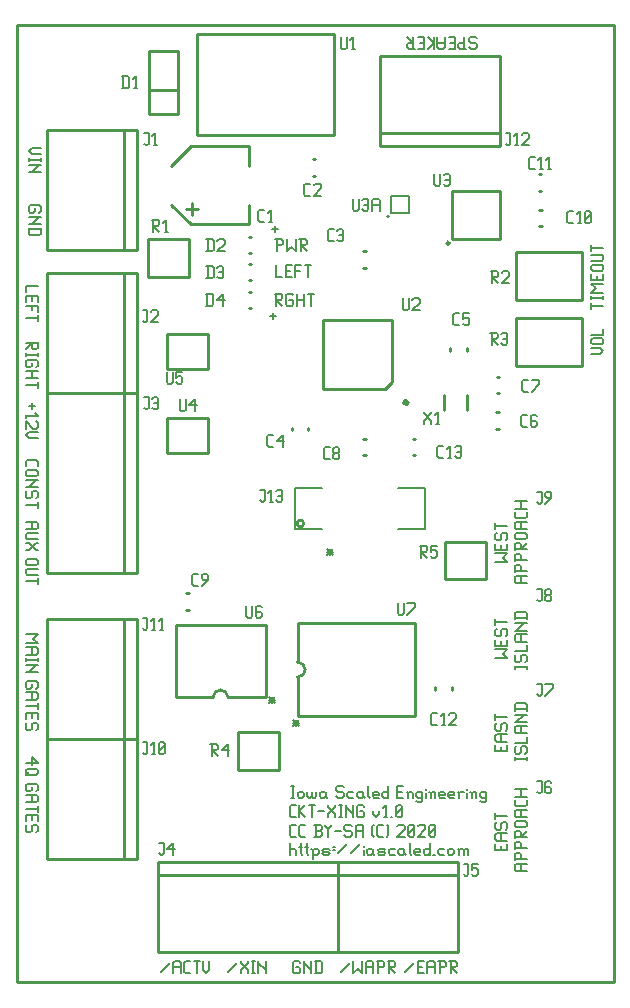
<source format=gbr>
G04 start of page 8 for group -4079 idx -4079 *
G04 Title: (unknown), topsilk *
G04 Creator: pcb 4.0.2 *
G04 CreationDate: Wed Jul  1 19:07:19 2020 UTC *
G04 For: ndholmes *
G04 Format: Gerber/RS-274X *
G04 PCB-Dimensions (mil): 2000.00 3200.00 *
G04 PCB-Coordinate-Origin: lower left *
%MOIN*%
%FSLAX25Y25*%
%LNTOPSILK*%
%ADD57C,0.0157*%
%ADD56C,0.0080*%
%ADD55C,0.0100*%
G54D55*X500Y319500D02*Y70500D01*
X199500Y319500D02*Y500D01*
X500D01*
Y117500D01*
Y319500D02*X199500D01*
G54D56*X162000Y46000D02*Y44500D01*
X164000Y46500D02*Y44500D01*
X160000D02*X164000D01*
X160000Y46500D02*Y44500D01*
X160500Y47700D02*X164000D01*
X160500D02*X160000Y48200D01*
Y49700D02*Y48200D01*
Y49700D02*X160500Y50200D01*
X164000D01*
X162000D02*Y47700D01*
X160000Y53400D02*X160500Y53900D01*
X160000Y53400D02*Y51900D01*
X160500Y51400D02*X160000Y51900D01*
X160500Y51400D02*X161500D01*
X162000Y51900D01*
Y53400D02*Y51900D01*
Y53400D02*X162500Y53900D01*
X163500D01*
X164000Y53400D02*X163500Y53900D01*
X164000Y53400D02*Y51900D01*
X163500Y51400D02*X164000Y51900D01*
X160000Y57100D02*Y55100D01*
Y56100D02*X164000D01*
X167000Y37500D02*X170500D01*
X167000D02*X166500Y38000D01*
Y39500D02*Y38000D01*
Y39500D02*X167000Y40000D01*
X170500D01*
X168500D02*Y37500D01*
X166500Y41700D02*X170500D01*
X166500Y43200D02*Y41200D01*
Y43200D02*X167000Y43700D01*
X168000D01*
X168500Y43200D02*X168000Y43700D01*
X168500Y43200D02*Y41700D01*
X166500Y45400D02*X170500D01*
X166500Y46900D02*Y44900D01*
Y46900D02*X167000Y47400D01*
X168000D01*
X168500Y46900D02*X168000Y47400D01*
X168500Y46900D02*Y45400D01*
X166500Y50600D02*Y48600D01*
Y50600D02*X167000Y51100D01*
X168000D01*
X168500Y50600D02*X168000Y51100D01*
X168500Y50600D02*Y49100D01*
X166500D02*X170500D01*
X168500D02*X170500Y51100D01*
X167000Y52300D02*X170000D01*
X167000D02*X166500Y52800D01*
Y53800D02*Y52800D01*
Y53800D02*X167000Y54300D01*
X170000D01*
X170500Y53800D02*X170000Y54300D01*
X170500Y53800D02*Y52800D01*
X170000Y52300D02*X170500Y52800D01*
X167000Y55500D02*X170500D01*
X167000D02*X166500Y56000D01*
Y57500D02*Y56000D01*
Y57500D02*X167000Y58000D01*
X170500D01*
X168500D02*Y55500D01*
X170500Y61200D02*Y59700D01*
X170000Y59200D02*X170500Y59700D01*
X167000Y59200D02*X170000D01*
X167000D02*X166500Y59700D01*
Y61200D02*Y59700D01*
Y62400D02*X170500D01*
X166500Y64900D02*X170500D01*
X168500D02*Y62400D01*
X94500Y7500D02*X95000Y7000D01*
X93000Y7500D02*X94500D01*
X92500Y7000D02*X93000Y7500D01*
X92500Y7000D02*Y4000D01*
X93000Y3500D01*
X94500D01*
X95000Y4000D01*
Y5000D02*Y4000D01*
X94500Y5500D02*X95000Y5000D01*
X93500Y5500D02*X94500D01*
X96200Y7500D02*Y3500D01*
Y7500D02*Y7000D01*
X98700Y4500D01*
Y7500D02*Y3500D01*
X100400Y7500D02*Y3500D01*
X101900Y7500D02*X102400Y7000D01*
Y4000D01*
X101900Y3500D02*X102400Y4000D01*
X99900Y3500D02*X101900D01*
X99900Y7500D02*X101900D01*
X48500Y4000D02*X51500Y7000D01*
X52700D02*Y3500D01*
Y7000D02*X53200Y7500D01*
X54700D01*
X55200Y7000D01*
Y3500D01*
X52700Y5500D02*X55200D01*
X56900Y3500D02*X58400D01*
X56400Y4000D02*X56900Y3500D01*
X56400Y7000D02*Y4000D01*
Y7000D02*X56900Y7500D01*
X58400D01*
X59600D02*X61600D01*
X60600D02*Y3500D01*
X62800Y7500D02*Y4500D01*
X63800Y3500D01*
X64800Y4500D01*
Y7500D02*Y4500D01*
X108500Y4000D02*X111500Y7000D01*
X112700Y7500D02*Y3500D01*
X114200Y5000D01*
X115700Y3500D01*
Y7500D02*Y3500D01*
X116900Y7000D02*Y3500D01*
Y7000D02*X117400Y7500D01*
X118900D01*
X119400Y7000D01*
Y3500D01*
X116900Y5500D02*X119400D01*
X121100Y7500D02*Y3500D01*
X120600Y7500D02*X122600D01*
X123100Y7000D01*
Y6000D01*
X122600Y5500D02*X123100Y6000D01*
X121100Y5500D02*X122600D01*
X124300Y7500D02*X126300D01*
X126800Y7000D01*
Y6000D01*
X126300Y5500D02*X126800Y6000D01*
X124800Y5500D02*X126300D01*
X124800Y7500D02*Y3500D01*
Y5500D02*X126800Y3500D01*
X130000Y4000D02*X133000Y7000D01*
X134200Y5500D02*X135700D01*
X134200Y3500D02*X136200D01*
X134200Y7500D02*Y3500D01*
Y7500D02*X136200D01*
X137400Y7000D02*Y3500D01*
Y7000D02*X137900Y7500D01*
X139400D01*
X139900Y7000D01*
Y3500D01*
X137400Y5500D02*X139900D01*
X141600Y7500D02*Y3500D01*
X141100Y7500D02*X143100D01*
X143600Y7000D01*
Y6000D01*
X143100Y5500D02*X143600Y6000D01*
X141600Y5500D02*X143100D01*
X144800Y7500D02*X146800D01*
X147300Y7000D01*
Y6000D01*
X146800Y5500D02*X147300Y6000D01*
X145300Y5500D02*X146800D01*
X145300Y7500D02*Y3500D01*
Y5500D02*X147300Y3500D01*
X71000Y4000D02*X74000Y7000D01*
X75200Y7500D02*Y7000D01*
X77700Y4500D01*
Y3500D01*
X75200Y4500D02*Y3500D01*
Y4500D02*X77700Y7000D01*
Y7500D02*Y7000D01*
X78900Y7500D02*X79900D01*
X79400D02*Y3500D01*
X78900D02*X79900D01*
X81100Y7500D02*Y3500D01*
Y7500D02*Y7000D01*
X83600Y4500D01*
Y7500D02*Y3500D01*
X92000Y66000D02*X93000D01*
X92500D02*Y62000D01*
X92000D02*X93000D01*
X94200Y63500D02*Y62500D01*
Y63500D02*X94700Y64000D01*
X95700D01*
X96200Y63500D01*
Y62500D01*
X95700Y62000D02*X96200Y62500D01*
X94700Y62000D02*X95700D01*
X94200Y62500D02*X94700Y62000D01*
X97400Y64000D02*Y62500D01*
X97900Y62000D01*
X98400D01*
X98900Y62500D01*
Y64000D02*Y62500D01*
X99400Y62000D01*
X99900D01*
X100400Y62500D01*
Y64000D02*Y62500D01*
X103100Y64000D02*X103600Y63500D01*
X102100Y64000D02*X103100D01*
X101600Y63500D02*X102100Y64000D01*
X101600Y63500D02*Y62500D01*
X102100Y62000D01*
X103600Y64000D02*Y62500D01*
X104100Y62000D01*
X102100D02*X103100D01*
X103600Y62500D01*
X109100Y66000D02*X109600Y65500D01*
X107600Y66000D02*X109100D01*
X107100Y65500D02*X107600Y66000D01*
X107100Y65500D02*Y64500D01*
X107600Y64000D01*
X109100D01*
X109600Y63500D01*
Y62500D01*
X109100Y62000D02*X109600Y62500D01*
X107600Y62000D02*X109100D01*
X107100Y62500D02*X107600Y62000D01*
X111300Y64000D02*X112800D01*
X110800Y63500D02*X111300Y64000D01*
X110800Y63500D02*Y62500D01*
X111300Y62000D01*
X112800D01*
X115500Y64000D02*X116000Y63500D01*
X114500Y64000D02*X115500D01*
X114000Y63500D02*X114500Y64000D01*
X114000Y63500D02*Y62500D01*
X114500Y62000D01*
X116000Y64000D02*Y62500D01*
X116500Y62000D01*
X114500D02*X115500D01*
X116000Y62500D01*
X117700Y66000D02*Y62500D01*
X118200Y62000D01*
X119700D02*X121200D01*
X119200Y62500D02*X119700Y62000D01*
X119200Y63500D02*Y62500D01*
Y63500D02*X119700Y64000D01*
X120700D01*
X121200Y63500D01*
X119200Y63000D02*X121200D01*
Y63500D02*Y63000D01*
X124400Y66000D02*Y62000D01*
X123900D02*X124400Y62500D01*
X122900Y62000D02*X123900D01*
X122400Y62500D02*X122900Y62000D01*
X122400Y63500D02*Y62500D01*
Y63500D02*X122900Y64000D01*
X123900D01*
X124400Y63500D01*
X127400Y64000D02*X128900D01*
X127400Y62000D02*X129400D01*
X127400Y66000D02*Y62000D01*
Y66000D02*X129400D01*
X131100Y63500D02*Y62000D01*
Y63500D02*X131600Y64000D01*
X132100D01*
X132600Y63500D01*
Y62000D01*
X130600Y64000D02*X131100Y63500D01*
X135300Y64000D02*X135800Y63500D01*
X134300Y64000D02*X135300D01*
X133800Y63500D02*X134300Y64000D01*
X133800Y63500D02*Y62500D01*
X134300Y62000D01*
X135300D01*
X135800Y62500D01*
X133800Y61000D02*X134300Y60500D01*
X135300D01*
X135800Y61000D01*
Y64000D02*Y61000D01*
X137000Y65000D02*Y64500D01*
Y63500D02*Y62000D01*
X138500Y63500D02*Y62000D01*
Y63500D02*X139000Y64000D01*
X139500D01*
X140000Y63500D01*
Y62000D01*
X138000Y64000D02*X138500Y63500D01*
X141700Y62000D02*X143200D01*
X141200Y62500D02*X141700Y62000D01*
X141200Y63500D02*Y62500D01*
Y63500D02*X141700Y64000D01*
X142700D01*
X143200Y63500D01*
X141200Y63000D02*X143200D01*
Y63500D02*Y63000D01*
X144900Y62000D02*X146400D01*
X144400Y62500D02*X144900Y62000D01*
X144400Y63500D02*Y62500D01*
Y63500D02*X144900Y64000D01*
X145900D01*
X146400Y63500D01*
X144400Y63000D02*X146400D01*
Y63500D02*Y63000D01*
X148100Y63500D02*Y62000D01*
Y63500D02*X148600Y64000D01*
X149600D01*
X147600D02*X148100Y63500D01*
X150800Y65000D02*Y64500D01*
Y63500D02*Y62000D01*
X152300Y63500D02*Y62000D01*
Y63500D02*X152800Y64000D01*
X153300D01*
X153800Y63500D01*
Y62000D01*
X151800Y64000D02*X152300Y63500D01*
X156500Y64000D02*X157000Y63500D01*
X155500Y64000D02*X156500D01*
X155000Y63500D02*X155500Y64000D01*
X155000Y63500D02*Y62500D01*
X155500Y62000D01*
X156500D01*
X157000Y62500D01*
X155000Y61000D02*X155500Y60500D01*
X156500D01*
X157000Y61000D01*
Y64000D02*Y61000D01*
X92000Y55500D02*X93500D01*
X91500Y56000D02*X92000Y55500D01*
X91500Y59000D02*Y56000D01*
Y59000D02*X92000Y59500D01*
X93500D01*
X94700D02*Y55500D01*
Y57500D02*X96700Y59500D01*
X94700Y57500D02*X96700Y55500D01*
X97900Y59500D02*X99900D01*
X98900D02*Y55500D01*
X101100Y57500D02*X103100D01*
X104300Y59500D02*Y59000D01*
X106800Y56500D01*
Y55500D01*
X104300Y56500D02*Y55500D01*
Y56500D02*X106800Y59000D01*
Y59500D02*Y59000D01*
X108000Y59500D02*X109000D01*
X108500D02*Y55500D01*
X108000D02*X109000D01*
X110200Y59500D02*Y55500D01*
Y59500D02*Y59000D01*
X112700Y56500D01*
Y59500D02*Y55500D01*
X115900Y59500D02*X116400Y59000D01*
X114400Y59500D02*X115900D01*
X113900Y59000D02*X114400Y59500D01*
X113900Y59000D02*Y56000D01*
X114400Y55500D01*
X115900D01*
X116400Y56000D01*
Y57000D02*Y56000D01*
X115900Y57500D02*X116400Y57000D01*
X114900Y57500D02*X115900D01*
X119400D02*Y56500D01*
X120400Y55500D01*
X121400Y56500D01*
Y57500D02*Y56500D01*
X123100Y55500D02*X124100D01*
X123600Y59500D02*Y55500D01*
X122600Y58500D02*X123600Y59500D01*
X125300Y55500D02*X125800D01*
X127000Y56000D02*X127500Y55500D01*
X127000Y59000D02*Y56000D01*
Y59000D02*X127500Y59500D01*
X128500D01*
X129000Y59000D01*
Y56000D01*
X128500Y55500D02*X129000Y56000D01*
X127500Y55500D02*X128500D01*
X127000Y56500D02*X129000Y58500D01*
X92000Y49000D02*X93500D01*
X91500Y49500D02*X92000Y49000D01*
X91500Y52500D02*Y49500D01*
Y52500D02*X92000Y53000D01*
X93500D01*
X95200Y49000D02*X96700D01*
X94700Y49500D02*X95200Y49000D01*
X94700Y52500D02*Y49500D01*
Y52500D02*X95200Y53000D01*
X96700D01*
X99700Y49000D02*X101700D01*
X102200Y49500D01*
Y50500D02*Y49500D01*
X101700Y51000D02*X102200Y50500D01*
X100200Y51000D02*X101700D01*
X100200Y53000D02*Y49000D01*
X99700Y53000D02*X101700D01*
X102200Y52500D01*
Y51500D01*
X101700Y51000D02*X102200Y51500D01*
X103400Y53000D02*Y52500D01*
X104400Y51500D01*
X105400Y52500D01*
Y53000D02*Y52500D01*
X104400Y51500D02*Y49000D01*
X106600Y51000D02*X108600D01*
X111800Y53000D02*X112300Y52500D01*
X110300Y53000D02*X111800D01*
X109800Y52500D02*X110300Y53000D01*
X109800Y52500D02*Y51500D01*
X110300Y51000D01*
X111800D01*
X112300Y50500D01*
Y49500D01*
X111800Y49000D02*X112300Y49500D01*
X110300Y49000D02*X111800D01*
X109800Y49500D02*X110300Y49000D01*
X113500Y52500D02*Y49000D01*
Y52500D02*X114000Y53000D01*
X115500D01*
X116000Y52500D01*
Y49000D01*
X113500Y51000D02*X116000D01*
X119000Y49500D02*X119500Y49000D01*
X119000Y52500D02*X119500Y53000D01*
X119000Y52500D02*Y49500D01*
X121200Y49000D02*X122700D01*
X120700Y49500D02*X121200Y49000D01*
X120700Y52500D02*Y49500D01*
Y52500D02*X121200Y53000D01*
X122700D01*
X123900D02*X124400Y52500D01*
Y49500D01*
X123900Y49000D02*X124400Y49500D01*
X127400Y52500D02*X127900Y53000D01*
X129400D01*
X129900Y52500D01*
Y51500D01*
X127400Y49000D02*X129900Y51500D01*
X127400Y49000D02*X129900D01*
X131100Y49500D02*X131600Y49000D01*
X131100Y52500D02*Y49500D01*
Y52500D02*X131600Y53000D01*
X132600D01*
X133100Y52500D01*
Y49500D01*
X132600Y49000D02*X133100Y49500D01*
X131600Y49000D02*X132600D01*
X131100Y50000D02*X133100Y52000D01*
X134300Y52500D02*X134800Y53000D01*
X136300D01*
X136800Y52500D01*
Y51500D01*
X134300Y49000D02*X136800Y51500D01*
X134300Y49000D02*X136800D01*
X138000Y49500D02*X138500Y49000D01*
X138000Y52500D02*Y49500D01*
Y52500D02*X138500Y53000D01*
X139500D01*
X140000Y52500D01*
Y49500D01*
X139500Y49000D02*X140000Y49500D01*
X138500Y49000D02*X139500D01*
X138000Y50000D02*X140000Y52000D01*
X91500Y47000D02*Y43000D01*
Y44500D02*X92000Y45000D01*
X93000D01*
X93500Y44500D01*
Y43000D01*
X95200Y47000D02*Y43500D01*
X95700Y43000D01*
X94700Y45500D02*X95700D01*
X97200Y47000D02*Y43500D01*
X97700Y43000D01*
X96700Y45500D02*X97700D01*
X99200Y44500D02*Y41500D01*
X98700Y45000D02*X99200Y44500D01*
X99700Y45000D01*
X100700D01*
X101200Y44500D01*
Y43500D01*
X100700Y43000D02*X101200Y43500D01*
X99700Y43000D02*X100700D01*
X99200Y43500D02*X99700Y43000D01*
X102900D02*X104400D01*
X104900Y43500D01*
X104400Y44000D02*X104900Y43500D01*
X102900Y44000D02*X104400D01*
X102400Y44500D02*X102900Y44000D01*
X102400Y44500D02*X102900Y45000D01*
X104400D01*
X104900Y44500D01*
X102400Y43500D02*X102900Y43000D01*
X106100Y45500D02*X106600D01*
X106100Y44500D02*X106600D01*
X107800Y43500D02*X110800Y46500D01*
X112000Y43500D02*X115000Y46500D01*
X116200Y46000D02*Y45500D01*
Y44500D02*Y43000D01*
X118700Y45000D02*X119200Y44500D01*
X117700Y45000D02*X118700D01*
X117200Y44500D02*X117700Y45000D01*
X117200Y44500D02*Y43500D01*
X117700Y43000D01*
X119200Y45000D02*Y43500D01*
X119700Y43000D01*
X117700D02*X118700D01*
X119200Y43500D01*
X121400Y43000D02*X122900D01*
X123400Y43500D01*
X122900Y44000D02*X123400Y43500D01*
X121400Y44000D02*X122900D01*
X120900Y44500D02*X121400Y44000D01*
X120900Y44500D02*X121400Y45000D01*
X122900D01*
X123400Y44500D01*
X120900Y43500D02*X121400Y43000D01*
X125100Y45000D02*X126600D01*
X124600Y44500D02*X125100Y45000D01*
X124600Y44500D02*Y43500D01*
X125100Y43000D01*
X126600D01*
X129300Y45000D02*X129800Y44500D01*
X128300Y45000D02*X129300D01*
X127800Y44500D02*X128300Y45000D01*
X127800Y44500D02*Y43500D01*
X128300Y43000D01*
X129800Y45000D02*Y43500D01*
X130300Y43000D01*
X128300D02*X129300D01*
X129800Y43500D01*
X131500Y47000D02*Y43500D01*
X132000Y43000D01*
X133500D02*X135000D01*
X133000Y43500D02*X133500Y43000D01*
X133000Y44500D02*Y43500D01*
Y44500D02*X133500Y45000D01*
X134500D01*
X135000Y44500D01*
X133000Y44000D02*X135000D01*
Y44500D02*Y44000D01*
X138200Y47000D02*Y43000D01*
X137700D02*X138200Y43500D01*
X136700Y43000D02*X137700D01*
X136200Y43500D02*X136700Y43000D01*
X136200Y44500D02*Y43500D01*
Y44500D02*X136700Y45000D01*
X137700D01*
X138200Y44500D01*
X139400Y43000D02*X139900D01*
X141600Y45000D02*X143100D01*
X141100Y44500D02*X141600Y45000D01*
X141100Y44500D02*Y43500D01*
X141600Y43000D01*
X143100D01*
X144300Y44500D02*Y43500D01*
Y44500D02*X144800Y45000D01*
X145800D01*
X146300Y44500D01*
Y43500D01*
X145800Y43000D02*X146300Y43500D01*
X144800Y43000D02*X145800D01*
X144300Y43500D02*X144800Y43000D01*
X148000Y44500D02*Y43000D01*
Y44500D02*X148500Y45000D01*
X149000D01*
X149500Y44500D01*
Y43000D01*
Y44500D02*X150000Y45000D01*
X150500D01*
X151000Y44500D01*
Y43000D01*
X147500Y45000D02*X148000Y44500D01*
X5500Y193500D02*Y191500D01*
X4500Y192500D02*X6500D01*
X3500Y189800D02*Y188800D01*
Y189300D02*X7500D01*
X6500Y190300D02*X7500Y189300D01*
X7000Y187600D02*X7500Y187100D01*
Y185600D01*
X7000Y185100D01*
X6000D02*X7000D01*
X3500Y187600D02*X6000Y185100D01*
X3500Y187600D02*Y185100D01*
X4500Y183900D02*X7500D01*
X4500D02*X3500Y182900D01*
X4500Y181900D01*
X7500D01*
X3500Y174000D02*Y172500D01*
X4000Y174500D02*X3500Y174000D01*
X4000Y174500D02*X7000D01*
X7500Y174000D01*
Y172500D01*
X4000Y171300D02*X7000D01*
X7500Y170800D01*
Y169800D01*
X7000Y169300D01*
X4000D02*X7000D01*
X3500Y169800D02*X4000Y169300D01*
X3500Y170800D02*Y169800D01*
X4000Y171300D02*X3500Y170800D01*
Y168100D02*X7500D01*
X7000D02*X7500D01*
X7000D02*X4500Y165600D01*
X3500D02*X7500D01*
Y162400D02*X7000Y161900D01*
X7500Y163900D02*Y162400D01*
X7000Y164400D02*X7500Y163900D01*
X6000Y164400D02*X7000D01*
X6000D02*X5500Y163900D01*
Y162400D01*
X5000Y161900D01*
X4000D02*X5000D01*
X3500Y162400D02*X4000Y161900D01*
X3500Y163900D02*Y162400D01*
X4000Y164400D02*X3500Y163900D01*
X7500Y160700D02*Y158700D01*
X3500Y159700D02*X7500D01*
X3500Y154000D02*X7000D01*
X7500Y153500D01*
Y152000D01*
X7000Y151500D01*
X3500D02*X7000D01*
X5500Y154000D02*Y151500D01*
X4000Y150300D02*X7500D01*
X4000D02*X3500Y149800D01*
Y148800D01*
X4000Y148300D01*
X7500D01*
X7000Y147100D02*X7500D01*
X7000D02*X4500Y144600D01*
X3500D02*X4500D01*
X3500Y147100D02*X4500D01*
X7000Y144600D01*
X7500D01*
X4000Y141600D02*X7000D01*
X7500Y141100D01*
Y140100D01*
X7000Y139600D01*
X4000D02*X7000D01*
X3500Y140100D02*X4000Y139600D01*
X3500Y141100D02*Y140100D01*
X4000Y141600D02*X3500Y141100D01*
X4000Y138400D02*X7500D01*
X4000D02*X3500Y137900D01*
Y136900D01*
X4000Y136400D01*
X7500D01*
Y135200D02*Y133200D01*
X3500Y134200D02*X7500D01*
X8500Y257500D02*X8000Y257000D01*
X8500Y259000D02*Y257500D01*
X8000Y259500D02*X8500Y259000D01*
X5000Y259500D02*X8000D01*
X5000D02*X4500Y259000D01*
Y257500D01*
X5000Y257000D01*
X6000D01*
X6500Y257500D02*X6000Y257000D01*
X6500Y258500D02*Y257500D01*
X4500Y255800D02*X8500D01*
X8000D02*X8500D01*
X8000D02*X5500Y253300D01*
X4500D02*X8500D01*
X4500Y251600D02*X8500D01*
Y250100D02*X8000Y249600D01*
X5000D02*X8000D01*
X4500Y250100D02*X5000Y249600D01*
X4500Y252100D02*Y250100D01*
X8500Y252100D02*Y250100D01*
X5500Y278500D02*X8500D01*
X5500D02*X4500Y277500D01*
X5500Y276500D01*
X8500D01*
Y275300D02*Y274300D01*
X4500Y274800D02*X8500D01*
X4500Y275300D02*Y274300D01*
Y273100D02*X8500D01*
X8000D02*X8500D01*
X8000D02*X5500Y270600D01*
X4500D02*X8500D01*
X3500Y232500D02*X7500D01*
X3500D02*Y230500D01*
X5500Y229300D02*Y227800D01*
X3500Y229300D02*Y227300D01*
Y229300D02*X7500D01*
Y227300D01*
X3500Y226100D02*X7500D01*
Y224100D01*
X5500Y226100D02*Y224600D01*
X7500Y222900D02*Y220900D01*
X3500Y221900D02*X7500D01*
Y214000D02*Y212000D01*
X7000Y211500D01*
X6000D02*X7000D01*
X5500Y212000D02*X6000Y211500D01*
X5500Y213500D02*Y212000D01*
X3500Y213500D02*X7500D01*
X5500D02*X3500Y211500D01*
X7500Y210300D02*Y209300D01*
X3500Y209800D02*X7500D01*
X3500Y210300D02*Y209300D01*
X7500Y206100D02*X7000Y205600D01*
X7500Y207600D02*Y206100D01*
X7000Y208100D02*X7500Y207600D01*
X4000Y208100D02*X7000D01*
X4000D02*X3500Y207600D01*
Y206100D01*
X4000Y205600D01*
X5000D01*
X5500Y206100D02*X5000Y205600D01*
X5500Y207100D02*Y206100D01*
X3500Y204400D02*X7500D01*
X3500Y201900D02*X7500D01*
X5500Y204400D02*Y201900D01*
X7500Y200700D02*Y198700D01*
X3500Y199700D02*X7500D01*
X3500Y116500D02*X7500D01*
X6000Y115000D01*
X7500Y113500D01*
X3500D02*X7500D01*
X3500Y112300D02*X7000D01*
X7500Y111800D01*
Y110300D01*
X7000Y109800D01*
X3500D02*X7000D01*
X5500Y112300D02*Y109800D01*
X7500Y108600D02*Y107600D01*
X3500Y108100D02*X7500D01*
X3500Y108600D02*Y107600D01*
Y106400D02*X7500D01*
X7000D02*X7500D01*
X7000D02*X4500Y103900D01*
X3500D02*X7500D01*
Y98900D02*X7000Y98400D01*
X7500Y100400D02*Y98900D01*
X7000Y100900D02*X7500Y100400D01*
X4000Y100900D02*X7000D01*
X4000D02*X3500Y100400D01*
Y98900D01*
X4000Y98400D01*
X5000D01*
X5500Y98900D02*X5000Y98400D01*
X5500Y99900D02*Y98900D01*
X3500Y97200D02*X7000D01*
X7500Y96700D01*
Y95200D01*
X7000Y94700D01*
X3500D02*X7000D01*
X5500Y97200D02*Y94700D01*
X7500Y93500D02*Y91500D01*
X3500Y92500D02*X7500D01*
X5500Y90300D02*Y88800D01*
X3500Y90300D02*Y88300D01*
Y90300D02*X7500D01*
Y88300D01*
Y85100D02*X7000Y84600D01*
X7500Y86600D02*Y85100D01*
X7000Y87100D02*X7500Y86600D01*
X6000Y87100D02*X7000D01*
X6000D02*X5500Y86600D01*
Y85100D01*
X5000Y84600D01*
X4000D02*X5000D01*
X3500Y85100D02*X4000Y84600D01*
X3500Y86600D02*Y85100D01*
X4000Y87100D02*X3500Y86600D01*
X5500Y75500D02*X7500Y73500D01*
X5500Y75500D02*Y73000D01*
X3500Y73500D02*X7500D01*
X4000Y71800D02*X7000D01*
X7500Y71300D01*
Y70300D01*
X7000Y69800D01*
X4000D02*X7000D01*
X3500Y70300D02*X4000Y69800D01*
X3500Y71300D02*Y70300D01*
X4000Y71800D02*X3500Y71300D01*
X4500Y70800D02*X3500Y69800D01*
X7500Y64800D02*X7000Y64300D01*
X7500Y66300D02*Y64800D01*
X7000Y66800D02*X7500Y66300D01*
X4000Y66800D02*X7000D01*
X4000D02*X3500Y66300D01*
Y64800D01*
X4000Y64300D01*
X5000D01*
X5500Y64800D02*X5000Y64300D01*
X5500Y65800D02*Y64800D01*
X3500Y63100D02*X7000D01*
X7500Y62600D01*
Y61100D01*
X7000Y60600D01*
X3500D02*X7000D01*
X5500Y63100D02*Y60600D01*
X7500Y59400D02*Y57400D01*
X3500Y58400D02*X7500D01*
X5500Y56200D02*Y54700D01*
X3500Y56200D02*Y54200D01*
Y56200D02*X7500D01*
Y54200D01*
Y51000D02*X7000Y50500D01*
X7500Y52500D02*Y51000D01*
X7000Y53000D02*X7500Y52500D01*
X6000Y53000D02*X7000D01*
X6000D02*X5500Y52500D01*
Y51000D01*
X5000Y50500D01*
X4000D02*X5000D01*
X3500Y51000D02*X4000Y50500D01*
X3500Y52500D02*Y51000D01*
X4000Y53000D02*X3500Y52500D01*
X151900Y311700D02*X151400Y312200D01*
X151900Y311700D02*X153400D01*
X153900Y312200D02*X153400Y311700D01*
X153900Y313200D02*Y312200D01*
Y313200D02*X153400Y313700D01*
X151900D02*X153400D01*
X151900D02*X151400Y314200D01*
Y315200D02*Y314200D01*
X151900Y315700D02*X151400Y315200D01*
X151900Y315700D02*X153400D01*
X153900Y315200D02*X153400Y315700D01*
X149700D02*Y311700D01*
X148200D02*X150200D01*
X148200D02*X147700Y312200D01*
Y313200D02*Y312200D01*
X148200Y313700D02*X147700Y313200D01*
X148200Y313700D02*X149700D01*
X145000D02*X146500D01*
X144500Y315700D02*X146500D01*
Y311700D01*
X144500D02*X146500D01*
X143300Y315700D02*Y312200D01*
X142800Y311700D01*
X141300D02*X142800D01*
X141300D02*X140800Y312200D01*
Y315700D02*Y312200D01*
Y313700D02*X143300D01*
X139600Y315700D02*Y311700D01*
Y313700D02*X137600Y311700D01*
X139600Y313700D02*X137600Y315700D01*
X134900Y313700D02*X136400D01*
X134400Y315700D02*X136400D01*
Y311700D01*
X134400D02*X136400D01*
X131200D02*X133200D01*
X131200D02*X130700Y312200D01*
Y313200D02*Y312200D01*
X131200Y313700D02*X130700Y313200D01*
X131200Y313700D02*X132700D01*
Y315700D02*Y311700D01*
Y313700D02*X130700Y315700D01*
X87314Y248300D02*Y244300D01*
X86814Y248300D02*X88814D01*
X89314Y247800D01*
Y246800D01*
X88814Y246300D02*X89314Y246800D01*
X87314Y246300D02*X88814D01*
X90514Y248300D02*Y244300D01*
X92014Y245800D01*
X93514Y244300D01*
Y248300D02*Y244300D01*
X94714Y248300D02*X96714D01*
X97214Y247800D01*
Y246800D01*
X96714Y246300D02*X97214Y246800D01*
X95214Y246300D02*X96714D01*
X95214Y248300D02*Y244300D01*
Y246300D02*X97214Y244300D01*
X87000Y239600D02*Y235600D01*
X89000D01*
X90200Y237600D02*X91700D01*
X90200Y235600D02*X92200D01*
X90200Y239600D02*Y235600D01*
Y239600D02*X92200D01*
X93400D02*Y235600D01*
Y239600D02*X95400D01*
X93400Y237600D02*X94900D01*
X96600Y239600D02*X98600D01*
X97600D02*Y235600D01*
X86500Y230000D02*X88500D01*
X89000Y229500D01*
Y228500D01*
X88500Y228000D02*X89000Y228500D01*
X87000Y228000D02*X88500D01*
X87000Y230000D02*Y226000D01*
Y228000D02*X89000Y226000D01*
X92200Y230000D02*X92700Y229500D01*
X90700Y230000D02*X92200D01*
X90200Y229500D02*X90700Y230000D01*
X90200Y229500D02*Y226500D01*
X90700Y226000D01*
X92200D01*
X92700Y226500D01*
Y227500D02*Y226500D01*
X92200Y228000D02*X92700Y227500D01*
X91200Y228000D02*X92200D01*
X93900Y230000D02*Y226000D01*
X96400Y230000D02*Y226000D01*
X93900Y228000D02*X96400D01*
X97600Y230000D02*X99600D01*
X98600D02*Y226000D01*
X85000Y222500D02*X87000D01*
X86000Y223500D02*Y221500D01*
X85500Y251500D02*X87500D01*
X86500Y252500D02*Y250500D01*
X162000Y79000D02*Y77500D01*
X164000Y79500D02*Y77500D01*
X160000D02*X164000D01*
X160000Y79500D02*Y77500D01*
X160500Y80700D02*X164000D01*
X160500D02*X160000Y81200D01*
Y82700D02*Y81200D01*
Y82700D02*X160500Y83200D01*
X164000D01*
X162000D02*Y80700D01*
X160000Y86400D02*X160500Y86900D01*
X160000Y86400D02*Y84900D01*
X160500Y84400D02*X160000Y84900D01*
X160500Y84400D02*X161500D01*
X162000Y84900D01*
Y86400D02*Y84900D01*
Y86400D02*X162500Y86900D01*
X163500D01*
X164000Y86400D02*X163500Y86900D01*
X164000Y86400D02*Y84900D01*
X163500Y84400D02*X164000Y84900D01*
X160000Y90100D02*Y88100D01*
Y89100D02*X164000D01*
X160000Y108500D02*X164000D01*
X162500Y110000D01*
X164000Y111500D01*
X160000D02*X164000D01*
X162000Y114200D02*Y112700D01*
X164000Y114700D02*Y112700D01*
X160000D02*X164000D01*
X160000Y114700D02*Y112700D01*
Y117900D02*X160500Y118400D01*
X160000Y117900D02*Y116400D01*
X160500Y115900D02*X160000Y116400D01*
X160500Y115900D02*X161500D01*
X162000Y116400D01*
Y117900D02*Y116400D01*
Y117900D02*X162500Y118400D01*
X163500D01*
X164000Y117900D02*X163500Y118400D01*
X164000Y117900D02*Y116400D01*
X163500Y115900D02*X164000Y116400D01*
X160000Y121600D02*Y119600D01*
Y120600D02*X164000D01*
X160000Y140500D02*X164000D01*
X162500Y142000D01*
X164000Y143500D01*
X160000D02*X164000D01*
X162000Y146200D02*Y144700D01*
X164000Y146700D02*Y144700D01*
X160000D02*X164000D01*
X160000Y146700D02*Y144700D01*
Y149900D02*X160500Y150400D01*
X160000Y149900D02*Y148400D01*
X160500Y147900D02*X160000Y148400D01*
X160500Y147900D02*X161500D01*
X162000Y148400D01*
Y149900D02*Y148400D01*
Y149900D02*X162500Y150400D01*
X163500D01*
X164000Y149900D02*X163500Y150400D01*
X164000Y149900D02*Y148400D01*
X163500Y147900D02*X164000Y148400D01*
X160000Y153600D02*Y151600D01*
Y152600D02*X164000D01*
X167000Y133500D02*X170500D01*
X167000D02*X166500Y134000D01*
Y135500D02*Y134000D01*
Y135500D02*X167000Y136000D01*
X170500D01*
X168500D02*Y133500D01*
X166500Y137700D02*X170500D01*
X166500Y139200D02*Y137200D01*
Y139200D02*X167000Y139700D01*
X168000D01*
X168500Y139200D02*X168000Y139700D01*
X168500Y139200D02*Y137700D01*
X166500Y141400D02*X170500D01*
X166500Y142900D02*Y140900D01*
Y142900D02*X167000Y143400D01*
X168000D01*
X168500Y142900D02*X168000Y143400D01*
X168500Y142900D02*Y141400D01*
X166500Y146600D02*Y144600D01*
Y146600D02*X167000Y147100D01*
X168000D01*
X168500Y146600D02*X168000Y147100D01*
X168500Y146600D02*Y145100D01*
X166500D02*X170500D01*
X168500D02*X170500Y147100D01*
X167000Y148300D02*X170000D01*
X167000D02*X166500Y148800D01*
Y149800D02*Y148800D01*
Y149800D02*X167000Y150300D01*
X170000D01*
X170500Y149800D02*X170000Y150300D01*
X170500Y149800D02*Y148800D01*
X170000Y148300D02*X170500Y148800D01*
X167000Y151500D02*X170500D01*
X167000D02*X166500Y152000D01*
Y153500D02*Y152000D01*
Y153500D02*X167000Y154000D01*
X170500D01*
X168500D02*Y151500D01*
X170500Y157200D02*Y155700D01*
X170000Y155200D02*X170500Y155700D01*
X167000Y155200D02*X170000D01*
X167000D02*X166500Y155700D01*
Y157200D02*Y155700D01*
Y158400D02*X170500D01*
X166500Y160900D02*X170500D01*
X168500D02*Y158400D01*
X166500Y106000D02*Y105000D01*
Y105500D02*X170500D01*
Y106000D02*Y105000D01*
X166500Y109200D02*X167000Y109700D01*
X166500Y109200D02*Y107700D01*
X167000Y107200D02*X166500Y107700D01*
X167000Y107200D02*X168000D01*
X168500Y107700D01*
Y109200D02*Y107700D01*
Y109200D02*X169000Y109700D01*
X170000D01*
X170500Y109200D02*X170000Y109700D01*
X170500Y109200D02*Y107700D01*
X170000Y107200D02*X170500Y107700D01*
X166500Y110900D02*X170500D01*
Y112900D02*Y110900D01*
X167000Y114100D02*X170500D01*
X167000D02*X166500Y114600D01*
Y116100D02*Y114600D01*
Y116100D02*X167000Y116600D01*
X170500D01*
X168500D02*Y114100D01*
X166500Y117800D02*X170500D01*
X166500D02*X167000D01*
X169500Y120300D01*
X166500D02*X170500D01*
X166500Y122000D02*X170500D01*
X166500Y123500D02*X167000Y124000D01*
X170000D01*
X170500Y123500D02*X170000Y124000D01*
X170500Y123500D02*Y121500D01*
X166500Y123500D02*Y121500D01*
Y75500D02*Y74500D01*
Y75000D02*X170500D01*
Y75500D02*Y74500D01*
X166500Y78700D02*X167000Y79200D01*
X166500Y78700D02*Y77200D01*
X167000Y76700D02*X166500Y77200D01*
X167000Y76700D02*X168000D01*
X168500Y77200D01*
Y78700D02*Y77200D01*
Y78700D02*X169000Y79200D01*
X170000D01*
X170500Y78700D02*X170000Y79200D01*
X170500Y78700D02*Y77200D01*
X170000Y76700D02*X170500Y77200D01*
X166500Y80400D02*X170500D01*
Y82400D02*Y80400D01*
X167000Y83600D02*X170500D01*
X167000D02*X166500Y84100D01*
Y85600D02*Y84100D01*
Y85600D02*X167000Y86100D01*
X170500D01*
X168500D02*Y83600D01*
X166500Y87300D02*X170500D01*
X166500D02*X167000D01*
X169500Y89800D01*
X166500D02*X170500D01*
X166500Y91500D02*X170500D01*
X166500Y93000D02*X167000Y93500D01*
X170000D01*
X170500Y93000D02*X170000Y93500D01*
X170500Y93000D02*Y91000D01*
X166500Y93000D02*Y91000D01*
X84500Y95500D02*X86500Y93500D01*
X84500D02*X86500Y95500D01*
X84500Y94500D02*X86500D01*
X85500Y95500D02*Y93500D01*
X92500Y88000D02*X94500Y86000D01*
X92500D02*X94500Y88000D01*
X92500Y87000D02*X94500D01*
X93500Y88000D02*Y86000D01*
X104000Y145000D02*X106000Y143000D01*
X104000D02*X106000Y145000D01*
X104000Y144000D02*X106000D01*
X105000Y145000D02*Y143000D01*
X192000Y210000D02*X195000D01*
X196000Y211000D01*
X195000Y212000D01*
X192000D02*X195000D01*
X192500Y213200D02*X195500D01*
X192500D02*X192000Y213700D01*
Y214700D02*Y213700D01*
Y214700D02*X192500Y215200D01*
X195500D01*
X196000Y214700D02*X195500Y215200D01*
X196000Y214700D02*Y213700D01*
X195500Y213200D02*X196000Y213700D01*
X192000Y216400D02*X196000D01*
Y218400D02*Y216400D01*
X192000Y227000D02*Y225000D01*
Y226000D02*X196000D01*
X192000Y229200D02*Y228200D01*
Y228700D02*X196000D01*
Y229200D02*Y228200D01*
X192000Y230400D02*X196000D01*
X192000D02*X193500Y231900D01*
X192000Y233400D01*
X196000D01*
X194000Y236100D02*Y234600D01*
X196000Y236600D02*Y234600D01*
X192000D02*X196000D01*
X192000Y236600D02*Y234600D01*
X192500Y237800D02*X195500D01*
X192500D02*X192000Y238300D01*
Y239300D02*Y238300D01*
Y239300D02*X192500Y239800D01*
X195500D01*
X196000Y239300D02*X195500Y239800D01*
X196000Y239300D02*Y238300D01*
X195500Y237800D02*X196000Y238300D01*
X192000Y241000D02*X195500D01*
X196000Y241500D01*
Y242500D02*Y241500D01*
Y242500D02*X195500Y243000D01*
X192000D02*X195500D01*
X192000Y246200D02*Y244200D01*
Y245200D02*X196000D01*
G54D55*X57107Y124745D02*X57893D01*
X57107Y130255D02*X57893D01*
X47500Y10700D02*X107500D01*
X47500Y40700D02*X107500D01*
X47500Y36300D02*X107500D01*
X47500Y40700D02*Y10700D01*
X107500Y40700D02*Y10700D01*
X83500Y119500D02*Y95500D01*
X53500Y119500D02*X83500D01*
X53500D02*Y95500D01*
X71000D02*X83500D01*
X53500D02*X66000D01*
X71000D02*G75*G03X66000Y95500I-2500J0D01*G01*
X10700Y121500D02*Y81500D01*
X40700Y121500D02*Y81500D01*
X36300Y121500D02*Y81500D01*
X10700Y121500D02*X40700D01*
X10700Y81500D02*X40700D01*
X10700D02*Y41500D01*
X40700Y81500D02*Y41500D01*
X36300Y81500D02*Y41500D01*
X10700Y81500D02*X40700D01*
X10700Y41500D02*X40700D01*
X97755Y185393D02*Y184607D01*
X92245Y185393D02*Y184607D01*
X10700Y197000D02*Y137000D01*
X40700Y197000D02*Y137000D01*
X36300Y197000D02*Y137000D01*
X10700Y197000D02*X40700D01*
X10700Y137000D02*X40700D01*
X50500Y177000D02*X64400D01*
Y188800D02*Y177000D01*
X50500Y188800D02*X64400D01*
X50500D02*Y177000D01*
X94200Y89300D02*X133200D01*
Y120300D02*Y89300D01*
X94200Y120300D02*X133200D01*
X94200Y102300D02*Y89300D01*
Y120300D02*Y107300D01*
Y102300D02*G75*G03X94200Y107300I0J2500D01*G01*
X74185Y83951D02*Y71353D01*
Y83951D02*X87965D01*
Y71353D01*
X74185D02*X87965D01*
X107500Y10700D02*X147500D01*
X107500Y40700D02*X147500D01*
X107500Y36300D02*X147500D01*
X107500Y40700D02*Y10700D01*
X147500Y40700D02*Y10700D01*
X132507Y181705D02*X133293D01*
X132507Y176195D02*X133293D01*
G54D56*X93400Y165300D02*X102300D01*
X127700D02*X136600D01*
Y151700D01*
X127700D02*X136600D01*
X93400D02*X102300D01*
X93400Y165300D02*Y151700D01*
G54D55*X94000Y153500D02*G75*G03X94000Y153500I1100J0D01*G01*
X10700Y237000D02*Y197000D01*
X40700Y237000D02*Y197000D01*
X36300Y237000D02*Y197000D01*
X10700Y237000D02*X40700D01*
X10700Y197000D02*X40700D01*
X77992Y259804D02*Y253308D01*
Y279292D02*Y272796D01*
X58504Y279292D02*X77992D01*
X58504Y253308D02*X77992D01*
X58504Y279292D02*X52008Y272796D01*
X58504Y253308D02*X52008Y259804D01*
X59000Y260300D02*Y256300D01*
X57000Y258300D02*X61000D01*
X50500Y205000D02*X64400D01*
Y216800D02*Y205000D01*
X50500Y216800D02*X64400D01*
X50500D02*Y205000D01*
X57990Y248356D02*Y235758D01*
X44210D02*X57990D01*
X44210Y248356D02*Y235758D01*
Y248356D02*X57990D01*
X60665Y283126D02*X106335D01*
X60665Y316590D02*X106335D01*
X60665D02*Y283126D01*
X106335Y316590D02*Y283126D01*
X10700Y284500D02*Y244500D01*
X40700Y284500D02*Y244500D01*
X36300Y284500D02*Y244500D01*
X10700Y284500D02*X40700D01*
X10700Y244500D02*X40700D01*
X77864Y249055D02*X78650D01*
X77864Y243545D02*X78650D01*
X77864Y240055D02*X78650D01*
X77864Y234545D02*X78650D01*
X77907Y230755D02*X78693D01*
X77907Y225245D02*X78693D01*
X116107Y238745D02*X116893D01*
X116107Y244255D02*X116893D01*
X116107Y176245D02*X116893D01*
X116107Y181755D02*X116893D01*
X99307Y269445D02*X100093D01*
X99307Y274955D02*X100093D01*
X54300Y311000D02*Y290000D01*
X44700Y311000D02*Y290000D01*
X54300D01*
X44700Y311000D02*X54300D01*
X44700Y298000D02*X54300D01*
X150655Y211936D02*Y211150D01*
X145145Y211936D02*Y211150D01*
X174750Y258055D02*X175536D01*
X174750Y252545D02*X175536D01*
X189000Y222100D02*Y205900D01*
X167000Y222100D02*Y205900D01*
Y222100D02*X189000D01*
X167000Y205900D02*X189000D01*
Y244100D02*Y227900D01*
X167000Y244100D02*Y227900D01*
Y244100D02*X189000D01*
X167000Y227900D02*X189000D01*
X121500Y309300D02*X161500D01*
X121500Y279300D02*X161500D01*
X121500Y283700D02*X161500D01*
Y309300D02*Y279300D01*
X121500Y309300D02*Y279300D01*
X145826Y264174D02*Y248426D01*
Y264174D02*X161574D01*
Y248426D01*
X145826D02*X161574D01*
X144326Y246426D02*G75*G03X144326Y246426I0J500D01*G01*
G54D56*X125347Y262753D02*Y256847D01*
Y262753D02*X131253D01*
Y256847D01*
X125347D02*X131253D01*
X124363Y255463D02*G75*G03X124363Y255463I0J400D01*G01*
G54D55*X174707Y269855D02*X175493D01*
X174707Y264345D02*X175493D01*
X102700Y198300D02*X123200D01*
X102700Y221300D02*X125700D01*
Y200800D01*
X102700Y221300D02*Y198300D01*
X123200D02*X125700Y200800D01*
G54D57*X130700Y193800D02*G75*G03X130700Y193800I-500J0D01*G01*
G54D55*X160507Y196950D02*X161293D01*
X160507Y202460D02*X161293D01*
X160407Y185050D02*X161193D01*
X160407Y190560D02*X161193D01*
X150640Y196167D02*Y191443D01*
X143160Y196167D02*Y191443D01*
X156965Y147451D02*Y134853D01*
X143185D02*X156965D01*
X143185Y147451D02*Y134853D01*
Y147451D02*X156965D01*
X145555Y98836D02*Y98050D01*
X140045Y98836D02*Y98050D01*
G54D56*X108500Y315500D02*Y312000D01*
X109000Y311500D01*
X110000D01*
X110500Y312000D01*
Y315500D02*Y312000D01*
X112200Y311500D02*X113200D01*
X112700Y315500D02*Y311500D01*
X111700Y314500D02*X112700Y315500D01*
X104743Y247500D02*X106243D01*
X104243Y248000D02*X104743Y247500D01*
X104243Y251000D02*Y248000D01*
Y251000D02*X104743Y251500D01*
X106243D01*
X107443Y251000D02*X107943Y251500D01*
X108943D01*
X109443Y251000D01*
Y248000D01*
X108943Y247500D02*X109443Y248000D01*
X107943Y247500D02*X108943D01*
X107443Y248000D02*X107943Y247500D01*
Y249500D02*X109443D01*
X81500Y254000D02*X83000D01*
X81000Y254500D02*X81500Y254000D01*
X81000Y257500D02*Y254500D01*
Y257500D02*X81500Y258000D01*
X83000D01*
X84700Y254000D02*X85700D01*
X85200Y258000D02*Y254000D01*
X84200Y257000D02*X85200Y258000D01*
X43000Y283500D02*X44500D01*
Y280000D01*
X44000Y279500D02*X44500Y280000D01*
X43500Y279500D02*X44000D01*
X43000Y280000D02*X43500Y279500D01*
X46200D02*X47200D01*
X46700Y283500D02*Y279500D01*
X45700Y282500D02*X46700Y283500D01*
X45643Y254800D02*X47643D01*
X48143Y254300D01*
Y253300D01*
X47643Y252800D02*X48143Y253300D01*
X46143Y252800D02*X47643D01*
X46143Y254800D02*Y250800D01*
Y252800D02*X48143Y250800D01*
X49843D02*X50843D01*
X50343Y254800D02*Y250800D01*
X49343Y253800D02*X50343Y254800D01*
X36000Y302500D02*Y298500D01*
X37500Y302500D02*X38000Y302000D01*
Y299000D01*
X37500Y298500D02*X38000Y299000D01*
X35500Y298500D02*X37500D01*
X35500Y302500D02*X37500D01*
X39700Y298500D02*X40700D01*
X40200Y302500D02*Y298500D01*
X39200Y301500D02*X40200Y302500D01*
X64257Y248200D02*Y244200D01*
X65757Y248200D02*X66257Y247700D01*
Y244700D01*
X65757Y244200D02*X66257Y244700D01*
X63757Y244200D02*X65757D01*
X63757Y248200D02*X65757D01*
X67457Y247700D02*X67957Y248200D01*
X69457D01*
X69957Y247700D01*
Y246700D01*
X67457Y244200D02*X69957Y246700D01*
X67457Y244200D02*X69957D01*
X64257Y239300D02*Y235300D01*
X65757Y239300D02*X66257Y238800D01*
Y235800D01*
X65757Y235300D02*X66257Y235800D01*
X63757Y235300D02*X65757D01*
X63757Y239300D02*X65757D01*
X67457Y238800D02*X67957Y239300D01*
X68957D01*
X69457Y238800D01*
Y235800D01*
X68957Y235300D02*X69457Y235800D01*
X67957Y235300D02*X68957D01*
X67457Y235800D02*X67957Y235300D01*
Y237300D02*X69457D01*
X64157Y230000D02*Y226000D01*
X65657Y230000D02*X66157Y229500D01*
Y226500D01*
X65657Y226000D02*X66157Y226500D01*
X63657Y226000D02*X65657D01*
X63657Y230000D02*X65657D01*
X67357Y228000D02*X69357Y230000D01*
X67357Y228000D02*X69857D01*
X69357Y230000D02*Y226000D01*
X146657Y219600D02*X148157D01*
X146157Y220100D02*X146657Y219600D01*
X146157Y223100D02*Y220100D01*
Y223100D02*X146657Y223600D01*
X148157D01*
X149357D02*X151357D01*
X149357D02*Y221600D01*
X149857Y222100D01*
X150857D01*
X151357Y221600D01*
Y220100D01*
X150857Y219600D02*X151357Y220100D01*
X149857Y219600D02*X150857D01*
X149357Y220100D02*X149857Y219600D01*
X184500Y253500D02*X186000D01*
X184000Y254000D02*X184500Y253500D01*
X184000Y257000D02*Y254000D01*
Y257000D02*X184500Y257500D01*
X186000D01*
X187700Y253500D02*X188700D01*
X188200Y257500D02*Y253500D01*
X187200Y256500D02*X188200Y257500D01*
X189900Y254000D02*X190400Y253500D01*
X189900Y257000D02*Y254000D01*
Y257000D02*X190400Y257500D01*
X191400D01*
X191900Y257000D01*
Y254000D01*
X191400Y253500D02*X191900Y254000D01*
X190400Y253500D02*X191400D01*
X189900Y254500D02*X191900Y256500D01*
X158500Y237500D02*X160500D01*
X161000Y237000D01*
Y236000D01*
X160500Y235500D02*X161000Y236000D01*
X159000Y235500D02*X160500D01*
X159000Y237500D02*Y233500D01*
Y235500D02*X161000Y233500D01*
X162200Y237000D02*X162700Y237500D01*
X164200D01*
X164700Y237000D01*
Y236000D01*
X162200Y233500D02*X164700Y236000D01*
X162200Y233500D02*X164700D01*
X158400Y217000D02*X160400D01*
X160900Y216500D01*
Y215500D01*
X160400Y215000D02*X160900Y215500D01*
X158900Y215000D02*X160400D01*
X158900Y217000D02*Y213000D01*
Y215000D02*X160900Y213000D01*
X162100Y216500D02*X162600Y217000D01*
X163600D01*
X164100Y216500D01*
Y213500D01*
X163600Y213000D02*X164100Y213500D01*
X162600Y213000D02*X163600D01*
X162100Y213500D02*X162600Y213000D01*
Y215000D02*X164100D01*
X174000Y164000D02*X175500D01*
Y160500D01*
X175000Y160000D02*X175500Y160500D01*
X174500Y160000D02*X175000D01*
X174000Y160500D02*X174500Y160000D01*
X176700D02*X178700Y162000D01*
Y163500D02*Y162000D01*
X178200Y164000D02*X178700Y163500D01*
X177200Y164000D02*X178200D01*
X176700Y163500D02*X177200Y164000D01*
X176700Y163500D02*Y162500D01*
X177200Y162000D01*
X178700D01*
X169514Y197405D02*X171014D01*
X169014Y197905D02*X169514Y197405D01*
X169014Y200905D02*Y197905D01*
Y200905D02*X169514Y201405D01*
X171014D01*
X172214Y197405D02*X174714Y199905D01*
Y201405D02*Y199905D01*
X172214Y201405D02*X174714D01*
X169196Y185800D02*X170696D01*
X168696Y186300D02*X169196Y185800D01*
X168696Y189300D02*Y186300D01*
Y189300D02*X169196Y189800D01*
X170696D01*
X173396D02*X173896Y189300D01*
X172396Y189800D02*X173396D01*
X171896Y189300D02*X172396Y189800D01*
X171896Y189300D02*Y186300D01*
X172396Y185800D01*
X173396Y187800D02*X173896Y187300D01*
X171896Y187800D02*X173396D01*
X172396Y185800D02*X173396D01*
X173896Y186300D01*
Y187300D02*Y186300D01*
X163500Y283500D02*X165000D01*
Y280000D01*
X164500Y279500D02*X165000Y280000D01*
X164000Y279500D02*X164500D01*
X163500Y280000D02*X164000Y279500D01*
X166700D02*X167700D01*
X167200Y283500D02*Y279500D01*
X166200Y282500D02*X167200Y283500D01*
X168900Y283000D02*X169400Y283500D01*
X170900D01*
X171400Y283000D01*
Y282000D01*
X168900Y279500D02*X171400Y282000D01*
X168900Y279500D02*X171400D01*
X171757Y271600D02*X173257D01*
X171257Y272100D02*X171757Y271600D01*
X171257Y275100D02*Y272100D01*
Y275100D02*X171757Y275600D01*
X173257D01*
X174957Y271600D02*X175957D01*
X175457Y275600D02*Y271600D01*
X174457Y274600D02*X175457Y275600D01*
X177657Y271600D02*X178657D01*
X178157Y275600D02*Y271600D01*
X177157Y274600D02*X178157Y275600D01*
X96814Y262800D02*X98314D01*
X96314Y263300D02*X96814Y262800D01*
X96314Y266300D02*Y263300D01*
Y266300D02*X96814Y266800D01*
X98314D01*
X99514Y266300D02*X100014Y266800D01*
X101514D01*
X102014Y266300D01*
Y265300D01*
X99514Y262800D02*X102014Y265300D01*
X99514Y262800D02*X102014D01*
X139741Y270053D02*Y266553D01*
X140241Y266053D01*
X141241D01*
X141741Y266553D01*
Y270053D02*Y266553D01*
X142941Y269553D02*X143441Y270053D01*
X144441D01*
X144941Y269553D01*
Y266553D01*
X144441Y266053D02*X144941Y266553D01*
X143441Y266053D02*X144441D01*
X142941Y266553D02*X143441Y266053D01*
Y268053D02*X144941D01*
X112600Y261800D02*Y258300D01*
X113100Y257800D01*
X114100D01*
X114600Y258300D01*
Y261800D02*Y258300D01*
X115800Y261300D02*X116300Y261800D01*
X117300D01*
X117800Y261300D01*
Y258300D01*
X117300Y257800D02*X117800Y258300D01*
X116300Y257800D02*X117300D01*
X115800Y258300D02*X116300Y257800D01*
Y259800D02*X117800D01*
X119000Y261300D02*Y257800D01*
Y261300D02*X119500Y261800D01*
X121000D01*
X121500Y261300D01*
Y257800D01*
X119000Y259800D02*X121500D01*
X129250Y228527D02*Y225027D01*
X129750Y224527D01*
X130750D01*
X131250Y225027D01*
Y228527D02*Y225027D01*
X132450Y228027D02*X132950Y228527D01*
X134450D01*
X134950Y228027D01*
Y227027D01*
X132450Y224527D02*X134950Y227027D01*
X132450Y224527D02*X134950D01*
X174000Y67500D02*X175500D01*
Y64000D01*
X175000Y63500D02*X175500Y64000D01*
X174500Y63500D02*X175000D01*
X174000Y64000D02*X174500Y63500D01*
X178200Y67500D02*X178700Y67000D01*
X177200Y67500D02*X178200D01*
X176700Y67000D02*X177200Y67500D01*
X176700Y67000D02*Y64000D01*
X177200Y63500D01*
X178200Y65500D02*X178700Y65000D01*
X176700Y65500D02*X178200D01*
X177200Y63500D02*X178200D01*
X178700Y64000D01*
Y65000D02*Y64000D01*
X174095Y100000D02*X175595D01*
Y96500D01*
X175095Y96000D02*X175595Y96500D01*
X174595Y96000D02*X175095D01*
X174095Y96500D02*X174595Y96000D01*
X176795D02*X179295Y98500D01*
Y100000D02*Y98500D01*
X176795Y100000D02*X179295D01*
X174031Y131500D02*X175531D01*
Y128000D01*
X175031Y127500D02*X175531Y128000D01*
X174531Y127500D02*X175031D01*
X174031Y128000D02*X174531Y127500D01*
X176732Y128000D02*X177232Y127500D01*
X176732Y129000D02*Y128000D01*
Y129000D02*X177232Y129500D01*
X178232D01*
X178732Y129000D01*
Y128000D01*
X178232Y127500D02*X178732Y128000D01*
X177232Y127500D02*X178232D01*
X176732Y130000D02*X177232Y129500D01*
X176732Y131000D02*Y130000D01*
Y131000D02*X177232Y131500D01*
X178232D01*
X178732Y131000D01*
Y130000D01*
X178232Y129500D02*X178732Y130000D01*
X136245Y190750D02*Y190250D01*
X138745Y187750D01*
Y186750D01*
X136245Y187750D02*Y186750D01*
Y187750D02*X138745Y190250D01*
Y190750D02*Y190250D01*
X140445Y186750D02*X141445D01*
X140945Y190750D02*Y186750D01*
X139945Y189750D02*X140945Y190750D01*
X139164Y86250D02*X140664D01*
X138664Y86750D02*X139164Y86250D01*
X138664Y89750D02*Y86750D01*
Y89750D02*X139164Y90250D01*
X140664D01*
X142364Y86250D02*X143364D01*
X142864Y90250D02*Y86250D01*
X141864Y89250D02*X142864Y90250D01*
X144564Y89750D02*X145064Y90250D01*
X146564D01*
X147064Y89750D01*
Y88750D01*
X144564Y86250D02*X147064Y88750D01*
X144564Y86250D02*X147064D01*
X141293Y175400D02*X142793D01*
X140793Y175900D02*X141293Y175400D01*
X140793Y178900D02*Y175900D01*
Y178900D02*X141293Y179400D01*
X142793D01*
X144493Y175400D02*X145493D01*
X144993Y179400D02*Y175400D01*
X143993Y178400D02*X144993Y179400D01*
X146693Y178900D02*X147193Y179400D01*
X148193D01*
X148693Y178900D01*
Y175900D01*
X148193Y175400D02*X148693Y175900D01*
X147193Y175400D02*X148193D01*
X146693Y175900D02*X147193Y175400D01*
Y177400D02*X148693D01*
X59600Y132800D02*X61100D01*
X59100Y133300D02*X59600Y132800D01*
X59100Y136300D02*Y133300D01*
Y136300D02*X59600Y136800D01*
X61100D01*
X62300Y132800D02*X64300Y134800D01*
Y136300D02*Y134800D01*
X63800Y136800D02*X64300Y136300D01*
X62800Y136800D02*X63800D01*
X62300Y136300D02*X62800Y136800D01*
X62300Y136300D02*Y135300D01*
X62800Y134800D01*
X64300D01*
X65152Y79925D02*X67152D01*
X67652Y79425D01*
Y78425D01*
X67152Y77925D02*X67652Y78425D01*
X65652Y77925D02*X67152D01*
X65652Y79925D02*Y75925D01*
Y77925D02*X67652Y75925D01*
X68852Y77925D02*X70852Y79925D01*
X68852Y77925D02*X71352D01*
X70852Y79925D02*Y75925D01*
X48000Y47000D02*X49500D01*
Y43500D01*
X49000Y43000D02*X49500Y43500D01*
X48500Y43000D02*X49000D01*
X48000Y43500D02*X48500Y43000D01*
X50700Y45000D02*X52700Y47000D01*
X50700Y45000D02*X53200D01*
X52700Y47000D02*Y43000D01*
X42500Y122000D02*X44000D01*
Y118500D01*
X43500Y118000D02*X44000Y118500D01*
X43000Y118000D02*X43500D01*
X42500Y118500D02*X43000Y118000D01*
X45700D02*X46700D01*
X46200Y122000D02*Y118000D01*
X45200Y121000D02*X46200Y122000D01*
X48400Y118000D02*X49400D01*
X48900Y122000D02*Y118000D01*
X47900Y121000D02*X48900Y122000D01*
X42500Y80500D02*X44000D01*
Y77000D01*
X43500Y76500D02*X44000Y77000D01*
X43000Y76500D02*X43500D01*
X42500Y77000D02*X43000Y76500D01*
X45700D02*X46700D01*
X46200Y80500D02*Y76500D01*
X45200Y79500D02*X46200Y80500D01*
X47900Y77000D02*X48400Y76500D01*
X47900Y80000D02*Y77000D01*
Y80000D02*X48400Y80500D01*
X49400D01*
X49900Y80000D01*
Y77000D01*
X49400Y76500D02*X49900Y77000D01*
X48400Y76500D02*X49400D01*
X47900Y77500D02*X49900Y79500D01*
X77000Y126000D02*Y122500D01*
X77500Y122000D01*
X78500D01*
X79000Y122500D01*
Y126000D02*Y122500D01*
X81700Y126000D02*X82200Y125500D01*
X80700Y126000D02*X81700D01*
X80200Y125500D02*X80700Y126000D01*
X80200Y125500D02*Y122500D01*
X80700Y122000D01*
X81700Y124000D02*X82200Y123500D01*
X80200Y124000D02*X81700D01*
X80700Y122000D02*X81700D01*
X82200Y122500D01*
Y123500D02*Y122500D01*
X134848Y146075D02*X136848D01*
X137348Y145575D01*
Y144575D01*
X136848Y144075D02*X137348Y144575D01*
X135348Y144075D02*X136848D01*
X135348Y146075D02*Y142075D01*
Y144075D02*X137348Y142075D01*
X138548Y146075D02*X140548D01*
X138548D02*Y144075D01*
X139048Y144575D01*
X140048D01*
X140548Y144075D01*
Y142575D01*
X140048Y142075D02*X140548Y142575D01*
X139048Y142075D02*X140048D01*
X138548Y142575D02*X139048Y142075D01*
X127500Y127000D02*Y123500D01*
X128000Y123000D01*
X129000D01*
X129500Y123500D01*
Y127000D02*Y123500D01*
X130700Y123000D02*X133200Y125500D01*
Y127000D02*Y125500D01*
X130700Y127000D02*X133200D01*
X149500Y40000D02*X151000D01*
Y36500D01*
X150500Y36000D02*X151000Y36500D01*
X150000Y36000D02*X150500D01*
X149500Y36500D02*X150000Y36000D01*
X152200Y40000D02*X154200D01*
X152200D02*Y38000D01*
X152700Y38500D01*
X153700D01*
X154200Y38000D01*
Y36500D01*
X153700Y36000D02*X154200Y36500D01*
X152700Y36000D02*X153700D01*
X152200Y36500D02*X152700Y36000D01*
X42500Y224500D02*X44000D01*
Y221000D01*
X43500Y220500D02*X44000Y221000D01*
X43000Y220500D02*X43500D01*
X42500Y221000D02*X43000Y220500D01*
X45200Y224000D02*X45700Y224500D01*
X47200D01*
X47700Y224000D01*
Y223000D01*
X45200Y220500D02*X47700Y223000D01*
X45200Y220500D02*X47700D01*
X50500Y204000D02*Y200500D01*
X51000Y200000D01*
X52000D01*
X52500Y200500D01*
Y204000D02*Y200500D01*
X53700Y204000D02*X55700D01*
X53700D02*Y202000D01*
X54200Y202500D01*
X55200D01*
X55700Y202000D01*
Y200500D01*
X55200Y200000D02*X55700Y200500D01*
X54200Y200000D02*X55200D01*
X53700Y200500D02*X54200Y200000D01*
X43000Y195500D02*X44500D01*
Y192000D01*
X44000Y191500D02*X44500Y192000D01*
X43500Y191500D02*X44000D01*
X43000Y192000D02*X43500Y191500D01*
X45700Y195000D02*X46200Y195500D01*
X47200D01*
X47700Y195000D01*
Y192000D01*
X47200Y191500D02*X47700Y192000D01*
X46200Y191500D02*X47200D01*
X45700Y192000D02*X46200Y191500D01*
Y193500D02*X47700D01*
X54900Y194900D02*Y191400D01*
X55400Y190900D01*
X56400D01*
X56900Y191400D01*
Y194900D02*Y191400D01*
X58100Y192900D02*X60100Y194900D01*
X58100Y192900D02*X60600D01*
X60100Y194900D02*Y190900D01*
X103449Y174918D02*X104949D01*
X102949Y175418D02*X103449Y174918D01*
X102949Y178418D02*Y175418D01*
Y178418D02*X103449Y178918D01*
X104949D01*
X106149Y175418D02*X106649Y174918D01*
X106149Y176418D02*Y175418D01*
Y176418D02*X106649Y176918D01*
X107649D01*
X108149Y176418D01*
Y175418D01*
X107649Y174918D02*X108149Y175418D01*
X106649Y174918D02*X107649D01*
X106149Y177418D02*X106649Y176918D01*
X106149Y178418D02*Y177418D01*
Y178418D02*X106649Y178918D01*
X107649D01*
X108149Y178418D01*
Y177418D01*
X107649Y176918D02*X108149Y177418D01*
X84600Y179100D02*X86100D01*
X84100Y179600D02*X84600Y179100D01*
X84100Y182600D02*Y179600D01*
Y182600D02*X84600Y183100D01*
X86100D01*
X87300Y181100D02*X89300Y183100D01*
X87300Y181100D02*X89800D01*
X89300Y183100D02*Y179100D01*
X81701Y164696D02*X83201D01*
Y161196D01*
X82701Y160696D02*X83201Y161196D01*
X82201Y160696D02*X82701D01*
X81701Y161196D02*X82201Y160696D01*
X84901D02*X85901D01*
X85401Y164696D02*Y160696D01*
X84401Y163696D02*X85401Y164696D01*
X87101Y164196D02*X87601Y164696D01*
X88601D01*
X89101Y164196D01*
Y161196D01*
X88601Y160696D02*X89101Y161196D01*
X87601Y160696D02*X88601D01*
X87101Y161196D02*X87601Y160696D01*
Y162696D02*X89101D01*
M02*

</source>
